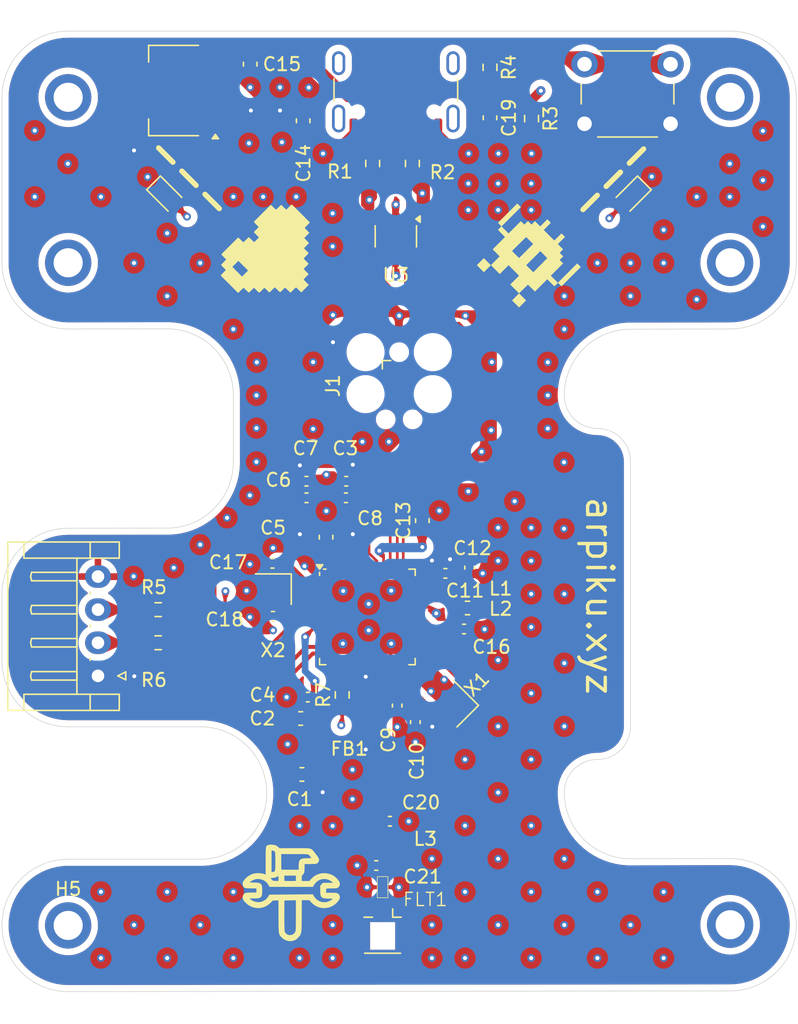
<source format=kicad_pcb>
(kicad_pcb (version 20240108) (generator "pcbnew") (generator_version "8.0")
  (layers (0 "F.Cu" signal) (1 "In1.Cu" signal) (2 "In2.Cu" signal) (31 "B.Cu" signal) (34 "B.Paste" user) (35 "F.Paste" user) (36 "B.SilkS" user "B.Silkscreen") (37 "F.SilkS" user "F.Silkscreen") (38 "B.Mask" user) (39 "F.Mask" user) (44 "Edge.Cuts" user))
  (net 0 "")
  (net 1 "+3.3V")
  (net 2 "/SWDIO")
  (net 3 "/SWNRST")
  (net 4 "/SWCLK")
  (net 5 "GND")
  (net 6 "/SWO")
  (net 7 "/RF1")
  (net 8 "Net-(FLT1-IN)")
  (net 9 "/LSE_IN")
  (net 10 "/LSE_OUT")
  (net 11 "/BOOT0")
  (net 12 "/VDDA")
  (net 13 "/UART_RX")
  (net 14 "/UART_TX")
  (net 15 "/HSE_OUT")
  (net 16 "/HSE_IN")
  (net 17 "/VFBSMPS")
  (net 18 "/VLXSMPS")
  (net 19 "VBUS")
  (net 20 "Net-(FLT1-OUT)")
  (net 21 "/USB_C_CC1")
  (net 23 "/USB_C_CC2")
  (net 25 "Net-(L1-Pad1)")
  (net 28 "Net-(J4-Pin_2)")
  (net 29 "Net-(J4-Pin_3)")
  (net 51 "/LED_PWR")
  (net 52 "/LED_A")
  (net 53 "/USB_D-")
  (net 54 "/USB_D+")
  (net 55 "/USB_Dx-")
  (net 56 "/USB_Dx+")
  (net 57 "/SW_conn")
  (footprint "Capacitor_SMD:C_0402_1005Metric" (layer "F.Cu") (at 85.3436 90.508 -90)
    (property "Reference" "C11")
    (property "Value" "100n")
  )
  (footprint "Capacitor_SMD:C_0603_1608Metric" (layer "F.Cu") (at 68.775 52.485 -90)
    (property "Reference" "C15")
    (property "Value" "10u")
  )
  (footprint "Capacitor_SMD:C_0603_1608Metric" (layer "F.Cu") (at 72.587385 101.906044 180)
    (property "Reference" "C2")
    (property "Value" "1u")
  )
  (footprint "Capacitor_SMD:C_0402_1005Metric" (layer "F.Cu") (at 79.33033 109.665835)
    (property "Reference" "C20")
    (property "Value" "0n8")
  )
  (footprint "MountingHole:MountingHole_2.2mm_M2_ISO7380_Pad" (layer "F.Cu") (at 55.025 54.985)
    (property "Reference" "H1" (hide yes))
    (property "Value" "MountingHole")
  )
  (footprint "Resistor_SMD:R_0603_1608Metric" (layer "F.Cu") (at 81.025 59.985 -90)
    (property "Reference" "R2")
    (property "Value" "5k1")
  )
  (footprint "LED_SMD:LED_0603_1608Metric" (layer "F.Cu") (at 97.5 62.5 -135)
    (property "Reference" "---")
    (property "Value" "LED")
  )
  (footprint "Capacitor_SMD:C_0402_1005Metric" (layer "F.Cu") (at 73.025 85.235)
    (property "Reference" "C6")
    (property "Value" "100nF")
  )
  (footprint "Capacitor_SMD:C_0402_1005Metric" (layer "F.Cu") (at 83.5148 90.9424)
    (property "Reference" "C12")
    (property "Value" "4.7p")
  )
  (footprint "Package_DFN_QFN:QFN-48-1EP_7x7mm_P0.5mm_EP5.6x5.6mm" (layer "F.Cu") (at 77.625 94.235)
    (property "Reference" "U1" (hide yes))
    (property "Value" "STM32WB55CEUx")
  )
  (footprint "Capacitor_SMD:C_0402_1005Metric" (layer "F.Cu") (at 76.025 83.985 180)
    (property "Reference" "C3")
    (property "Value" "100nF")
  )
  (footprint "Capacitor_SMD:C_0402_1005Metric" (layer "F.Cu") (at 76.005 85.235 180)
    (property "Reference" "C8")
    (property "Value" "100nF")
  )
  (footprint "Capacitor_SMD:C_0402_1005Metric" (layer "F.Cu") (at 78.295 113.01 180)
    (property "Reference" "C21")
    (property "Value" "0n3")
  )
  (footprint "custom_lib:hw" (layer "F.Cu") (at 71.75 114.75 -45)
    (property "Reference" "G***" (hide yes))
    (property "Value" "LOGO" (hide yes))
  )
  (footprint "Resistor_SMD:R_0603_1608Metric" (layer "F.Cu") (at 78.025 59.985 -90)
    (property "Reference" "R1")
    (property "Value" "5k1")
  )
  (footprint "Capacitor_SMD:C_0603_1608Metric" (layer "F.Cu") (at 81.775 86.96 90)
    (property "Reference" "C13")
    (property "Value" "10n")
  )
  (footprint "Resistor_SMD:R_0603_1608Metric" (layer "F.Cu") (at 61.825 93.685)
    (property "Reference" "R6")
    (property "Value" "220R")
  )
  (footprint "Capacitor_SMD:C_0402_1005Metric" (layer "F.Cu") (at 70.495 94.185 180)
    (property "Reference" "C18")
    (property "Value" "10p")
  )
  (footprint "Crystal:Crystal_SMD_2016-4Pin_2.0x1.6mm" (layer "F.Cu") (at 84.25 100.775 135)
    (property "Reference" "X1")
    (property "Value" "32MHz")
  )
  (footprint "Resistor_SMD:R_0603_1608Metric" (layer "F.Cu") (at 75.725 100.125 90)
    (property "Reference" "R7")
    (property "Value" "100R")
  )
  (footprint "Resistor_SMD:R_0603_1608Metric" (layer "F.Cu") (at 61.825 96.185)
    (property "Reference" "R5")
    (property "Value" "220R")
  )
  (footprint "MountingHole:MountingHole_2.2mm_M2_ISO7380_Pad" (layer "F.Cu") (at 105.025 54.985)
    (property "Reference" "H2" (hide yes))
    (property "Value" "MountingHole")
  )
  (footprint "Capacitor_SMD:C_0402_1005Metric" (layer "F.Cu") (at 79.875 100.93 -90)
    (property "Reference" "C9")
    (property "Value" "100n")
  )
  (footprint "MountingHole:MountingHole_2.2mm_M2_ISO7380_Pad" (layer "F.Cu") (at 105.025 67.485)
    (property "Reference" "H3" (hide yes))
    (property "Value" "MountingHole")
  )
  (footprint "Button_Switch_THT:SW_PUSH_6mm_H4.3mm" (layer "F.Cu") (at 94.025 52.485)
    (property "Reference" "SW1" (hide yes))
    (property "Value" "SW_Push")
  )
  (footprint "Connector_USB:USB_C_Receptacle_GCT_USB4105-xx-A_16P_TopMnt_Horizontal" (layer "F.Cu") (at 79.775 53.485 180)
    (property "Reference" "J2" (hide yes))
    (property "Value" "USB_C(USB 2.0)")
  )
  (footprint "Connector:Tag-Connect_TC2030-IDC-FP_2x03_P1.27mm_Vertical" (layer "F.Cu") (at 80.025 76.775 -90)
    (property "Reference" "J1")
    (property "Value" "TC2030 Connector")
  )
  (footprint "Capacitor_SMD:C_0402_1005Metric" (layer "F.Cu") (at 73.025 83.985)
    (property "Reference" "C7")
    (property "Value" "100nF")
  )
  (footprint "Crystal:Crystal_SMD_2016-4Pin_2.0x1.6mm" (layer "F.Cu") (at 70.525 92.135 180)
    (property "Reference" "X2")
    (property "Value" "32kHz768")
  )
  (footprint "LED_SMD:LED_0603_1608Metric" (layer "F.Cu") (at 62.525 62.5 -45)
    (property "Reference" "---")
    (property "Value" "LED")
  )
  (footprint "Resistor_SMD:R_0603_1608Metric" (layer "F.Cu") (at 90.025 56.596 -90)
    (property "Reference" "R3")
    (property "Value" "5k1")
  )
  (footprint "Connector_JST:JST_EH_S4B-EH_1x04_P2.50mm_Horizontal" (layer "F.Cu") (at 57.275 98.685 90)
    (property "Reference" "J4" (hide yes))
    (property "Value" "Conn_01x04_Pin")
  )
  (footprint "Capacitor_SMD:C_0603_1608Metric" (layer "F.Cu") (at 72.775 56.76 -90)
    (property "Reference" "C14")
    (property "Value" "10u")
  )
  (footprint "Capacitor_SMD:C_0402_1005Metric" (layer "F.Cu") (at 84.925205 95.1456)
    (property "Reference" "C16")
    (property "Value" "4.7p")
  )
  (footprint "custom_lib:alien" (layer "F.Cu") (at 89.75 67 -45)
    (property "Reference" "G***" (hide yes))
    (property "Value" "LOGO" (hide yes))
  )
  (footprint "Inductor_SMD:L_0603_1608Metric" (layer "F.Cu") (at 85.191099 93.5586 180)
    (property "Reference" "L2")
    (property "Value" "10u")
  )
  (footprint "Package_TO_SOT_SMD:SOT-223-3_TabPin2" (layer "F.Cu") (at 63.011 54.475 180)
    (property "Reference" "U2" (hide yes))
    (property "Value" "AMS1117-3.3")
  )
  (footprint "Capacitor_SMD:C_0603_1608Metric" (layer "F.Cu") (at 72.6814 106.1316 180)
    (property "Reference" "C1")
    (property "Value" "1u")
  )
  (footprint "Package_TO_SOT_SMD:SOT-23-6" (layer "F.Cu") (at 79.775 65.485 -90)
    (property "Reference" "U3")
    (property "Value" "USBLC6-2SC6")
  )
  (footprint "Capacitor_SMD:C_0402_1005Metric" (layer "F.Cu") (at 73.1262 100.2896 180)
    (property "Reference" "C4")
    (property "Value" "10n")
  )
  (footprint "Inductor_SMD:L_0402_1005Metric" (layer "F.Cu") (at 84.897205 92.0976 180)
    (property "Reference" "L1")
    (property "Value" "10n")
  )
  (footprint "MountingHole:MountingHole_2.2mm_M2_ISO7380_Pad" (layer "F.Cu") (at 105.025 117.485)
    (property "Reference" "H6" (hide yes))
    (property "Value" "MountingHole")
  )
  (footprint "Capacitor_SMD:C_0603_1608Metric" (layer "F.Cu") (at 86.887 56.533 -90)
    (property "Reference" "C19")
    (property "Value" "100n")
  )
  (footprint "custom_lib:DLF162500LT-5028A1" (layer "F.Cu") (at 78.775 114.6475 -90)
    (property "Reference" "FLT1")
    (property "Value" "DLF162500LT-5028A1")
  )
  (footprint "Capacitor_SMD:C_0402_1005Metric" (layer "F.Cu") (at 70.455 90.185 180)
    (property "Reference" "C17")
    (property "Value" "10p")
  )
  (footprint "MountingHole:MountingHole_2.2mm_M2_ISO7380_Pad" (layer "F.Cu") (at 55.025 67.485)
    (property "Reference" "H4" (hide yes))
    (property "Value" "MountingHole")
  )
  (footprint "Capacitor_SMD:C_0603_1608Metric" (layer "F.Cu") (at 74.505 88.21 90)
    (property "Reference" "C5")
    (property "Value" "4.7uF")
  )
  (footprint "custom_lib:heart" (layer "F.Cu") (at 70.75 67.25 45)
    (property "Reference" "G***" (hide yes))
    (property "Value" "LOGO" (hide yes))
  )
  (footprint "Resistor_SMD:R_0603_1608Metric" (layer "F.Cu") (at 86.887 52.723 -90)
    (property "Reference" "R4")
    (property "Value" "220R")
  )
  (footprint "Connector_Coaxial:U.FL_Hirose_U.FL-R-SMT-1_Vertical" (layer "F.Cu") (at 78.775 117.8 -90)
    (property "Reference" "J3" (hide yes))
    (property "Value" "Conn_Coaxial")
  )
  (footprint "Capacitor_SMD:C_0402_1005Metric" (layer "F.Cu") (at 81.25 102.18 -90)
    (property "Reference" "C10")
    (property "Value" "100p")
  )
  (footprint "MountingHole:MountingHole_2.2mm_M2_ISO7380_Pad" (layer "F.Cu") (at 55.025 117.535)
    (property "Reference" "H5")
    (property "Value" "MountingHole")
  )
  (footprint "Inductor_SMD:L_0402_1005Metric" (layer "F.Cu") (at 78.775 111.275 -90)
    (property "Reference" "L3")
    (property "Value" "2n7")
  )
  (footprint "Inductor_SMD:L_0402_1005Metric" (layer "F.Cu") (at 73.628836 104.039597 90)
    (property "Reference" "FB1")
    (property "Value" "120R")
  )
  (gr_line (start 50.025 54.985) (end 50.025 67.485) (stroke (width 0.05)) (layer "Edge.Cuts"))
  (gr_arc (start 97.499502 102.5) (mid 96.767415 104.267415) (end 95 104.999502) (stroke (width 0.05)) (layer "Edge.Cuts"))
  (gr_line (start 55.025 122.535) (end 105.025 122.485) (stroke (width 0.05)) (layer "Edge.Cuts"))
  (gr_arc (start 55.025 102.535) (mid 51.489466 101.070534) (end 50.025 97.535) (stroke (width 0.05)) (layer "Edge.Cuts"))
  (gr_line (start 97.5 82.5) (end 97.499502 102.5) (stroke (width 0.05)) (layer "Edge.Cuts"))
  (gr_line (start 50.025 92.535) (end 50.025 97.535) (stroke (width 0.05)) (layer "Edge.Cuts"))
  (gr_arc (start 95 80) (mid 93.232233 79.267767) (end 92.5 77.5) (stroke (width 0.05)) (layer "Edge.Cuts"))
  (gr_arc (start 62.5 72.474751) (mid 66.035534 73.939217) (end 67.5 77.474751) (stroke (width 0.05)) (layer "Edge.Cuts"))
  (gr_arc (start 50.025 92.535) (mid 51.489466 88.999466) (end 55.025 87.535) (stroke (width 0.05)) (layer "Edge.Cuts"))
  (gr_arc (start 55.025 72.485) (mid 51.489466 71.020534) (end 50.025 67.485) (stroke (width 0.05)) (layer "Edge.Cuts"))
  (gr_line (start 97.5 72.5) (end 105.025 72.485) (stroke (width 0.05)) (layer "Edge.Cuts"))
  (gr_arc (start 55.025 122.535) (mid 50.025 117.535) (end 55.025 112.535) (stroke (width 0.05)) (layer "Edge.Cuts"))
  (gr_arc (start 97.5 112.500249) (mid 93.982012 111.053344) (end 92.500001 107.55) (stroke (width 0.05)) (layer "Edge.Cuts"))
  (gr_line (start 97.5 112.500249) (end 105.025 112.485) (stroke (width 0.05)) (layer "Edge.Cuts"))
  (gr_line (start 110.025 54.985) (end 110.025 67.485) (stroke (width 0.05)) (layer "Edge.Cuts"))
  (gr_arc (start 65.025 102.535) (mid 68.560534 103.999466) (end 70.025 107.535) (stroke (width 0.05)) (layer "Edge.Cuts"))
  (gr_line (start 55.025 102.535) (end 65.025 102.535) (stroke (width 0.05)) (layer "Edge.Cuts"))
  (gr_arc (start 95 80) (mid 96.767767 80.732233) (end 97.5 82.5) (stroke (width 0.05)) (layer "Edge.Cuts"))
  (gr_arc (start 70.025 107.535) (mid 68.560534 111.070534) (end 65.025 112.535) (stroke (width 0.05)) (layer "Edge.Cuts"))
  (gr_line (start 65.025 112.535) (end 55.025 112.535) (stroke (width 0.05)) (layer "Edge.Cuts"))
  (gr_arc (start 92.500002 107.55) (mid 93.214291 105.749648) (end 95 104.999502) (stroke (width 0.05)) (layer "Edge.Cuts"))
  (gr_arc (start 92.5 77.5) (mid 93.964466 73.964466) (end 97.5 72.5) (stroke (width 0.05)) (layer "Edge.Cuts"))
  (gr_line (start 55.025 72.485) (end 62.5 72.474751) (stroke (width 0.05)) (layer "Edge.Cuts"))
  (gr_arc (start 67.499999 82.474751) (mid 66.053344 86.042739) (end 62.5 87.525) (stroke (width 0.05)) (layer "Edge.Cuts"))
  (gr_arc (start 50.025 54.985) (mid 51.489466 51.449466) (end 55.025 49.985) (stroke (width 0.05)) (layer "Edge.Cuts"))
  (gr_arc (start 105.025 49.985) (mid 108.560534 51.449466) (end 110.025 54.985) (stroke (width 0.05)) (layer "Edge.Cuts"))
  (gr_line (start 55.025 49.985) (end 105.025 49.985) (stroke (width 0.05)) (layer "Edge.Cuts"))
  (gr_arc (start 105.025 112.485) (mid 110.025 117.485) (end 105.025 122.485) (stroke (width 0.05)) (layer "Edge.Cuts"))
  (gr_line (start 55.025 87.535) (end 62.5 87.525) (stroke (width 0.05)) (layer "Edge.Cuts"))
  (gr_line (start 67.5 77.474751) (end 67.5 82.474751) (stroke (width 0.05)) (layer "Edge.Cuts"))
  (gr_arc (start 110.025 67.485) (mid 108.560534 71.020534) (end 105.025 72.485) (stroke (width 0.05)) (layer "Edge.Cuts"))
  (gr_text "arpiku.xyz" (at 94 85 270) (layer "F.SilkS") (effects (font (size 2 2) (thickness 0.254)) (justify left bottom)))
  (segment (start 68.825 55.985) (end 72.775 55.985) (width 0.7) (layer "F.Cu") (net 1))
  (segment (start 74.505 88.985) (end 75.525 88.985) (width 0.5) (layer "F.Cu") (net 1))
  (segment (start 79.365 75.52) (end 79.1 75.255) (width 0.2) (layer "F.Cu") (net 1))
  (segment (start 67.315 54.475) (end 68.825 55.985) (width 0.7) (layer "F.Cu") (net 1))
  (segment (start 77.820096 98.75) (end 78.375 98.195096) (width 0.3) (layer "F.Cu") (net 1))
  (segment (start 79.1 72.05) (end 75.7 72.05) (width 0.2) (layer "F.Cu") (net 1))
  (segment (start 79.875 97.6725) (end 79.875 100.45) (width 0.3) (layer "F.Cu") (net 1))
  (segment (start 72.545 83.985) (end 72.545 82.805) (width 0.5) (layer "F.Cu") (net 1))
  (segment (start 59.861001 58.861001) (end 60 59) (width 0.7) (layer "F.Cu") (net 1))
  (segment (start 83.0348 90.612712) (end 83.771912 89.8756) (width 0.7) (layer "F.Cu") (net 1))
  (segment (start 81.7 101.7) (end 81.25 101.7) (width 0.5) (layer "F.Cu") (net 1))
  (segment (start 75.525 88.985) (end 76.525 87.985) (width 0.5) (layer "F.Cu") (net 1))
  (segment (start 79.875 100.45) (end 80 100.45) (width 0.3) (layer "F.Cu") (net 1))
  (segment (start 77.5 98.75) (end 77.820096 98.75) (width 0.3) (layer "F.Cu") (net 1))
  (segment (start 76.525 84.005) (end 76.505 83.985) (width 0.5) (layer "F.Cu") (net 1))
  (segment (start 72.545 85.235) (end 72.545 87.965) (width 0.5) (layer "F.Cu") (net 1))
  (segment (start 82.661 92.5) (end 83.0098 92.1512) (width 0.3) (layer "F.Cu") (net 1))
  (segment (start 76.525 82.735) (end 76.525 83.965) (width 0.5) (layer "F.Cu") (net 1))
  (segment (start 74.505 91.0925) (end 74.1875 91.41) (width 0.5) (layer "F.Cu") (net 1))
  (segment (start 81.6 92) (end 82.2 91.4) (width 0.3) (layer "F.Cu") (net 1))
  (segment (start 82.525 102.525) (end 81.7 101.7) (width 0.5) (layer "F.Cu") (net 1))
  (segment (start 59.9948 98.7298) (end 57.2798 98.7298) (width 0.5) (layer "F.Cu") (net 1))
  (segment (start 73.628836 105.959164) (end 73.4564 106.1316) (width 0.7) (layer "F.Cu") (net 1))
  (segment (start 72.545 82.805) (end 72.525 82.785) (width 0.5) (layer "F.Cu") (net 1))
  (segment (start 76.525 87.985) (end 76.525 84.005) (width 0.5) (layer "F.Cu") (net 1))
  (segment (start 59.861001 54.475) (end 66.160999 54.475) (width 0.7) (layer "F.Cu") (net 1))
  (segment (start 83.771912 89.8756) (end 83.8704 89.8756) (width 0.7) (layer "F.Cu") (net 1))
  (segment (start 80 100.45) (end 81.25 101.7) (width 0.5) (layer "F.Cu") (net 1))
  (segment (start 79.1 75.255) (end 79.1 72.05) (width 0.2) (layer "F.Cu") (net 1))
  (segment (start 72.525 82.785) (end 72.575 82.735) (width 0.5) (layer "F.Cu") (net 1))
  (segment (start 73.628836 104.524597) (end 73.628836 105.959164) (width 0.7) (layer "F.Cu") (net 1))
  (segment (start 75 72.75) (end 75 73.5) (width 0.2) (layer "F.Cu") (net 1))
  (segment (start 83.596312 89.7) (end 83.771912 89.8756) (width 0.3) (layer "F.Cu") (net 1))
  (segment (start 57.2798 98.7298) (end 57.25 98.7) (width 0.5) (layer "F.Cu") (net 1))
  (segment (start 76.525 83.965) (end 76.505 83.985) (width 0.5) (layer "F.Cu") (net 1))
  (segment (start 85.1912 89.8756) (end 85.3436 90.028) (width 0.7) (layer "F.Cu") (net 1))
  (segment (start 81.0375 92) (end 81.6 92) (width 0.3) (layer "F.Cu") (net 1))
  (segment (start 72.545 87.965) (end 72.525 87.985) (width 0.5) (layer "F.Cu") (net 1))
  (segment (start 82.2 90.275) (end 82.5 89.975) (width 0.3) (layer "F.Cu") (net 1))
  (segment (start 73.801272 106.1316) (end 74.25 106.580328) (width 0.7) (layer "F.Cu") (net 1))
  (segment (start 75.7 72.05) (end 75 72.75) (width 0.2) (layer "F.Cu") (net 1))
  (segment (start 73.4564 106.1316) (end 73.801272 106.1316) (width 0.7) (layer "F.Cu") (net 1))
  (segment (start 83.0348 90.9424) (end 83.0348 90.612712) (width 0.7) (layer "F.Cu") (net 1))
  (segment (start 74.505 88.985) (end 74.505 91.0925) (width 0.5) (layer "F.Cu") (net 1))
  (segment (start 82.2 91.4) (end 82.2 90.275) (width 0.3) (layer "F.Cu") (net 1))
  (segment (start 74.25 106.580328) (end 74.25 107.475) (width 0.7) (layer "F.Cu") (net 1))
  (segment (start 83.8704 89.8756) (end 85.1912 89.8756) (width 0.7) (layer "F.Cu") (net 1))
  (segment (start 81.0375 92.5) (end 82.661 92.5) (width 0.3) (layer "F.Cu") (net 1))
  (segment (start 83.0098 92.1512) (end 83.0098 90.9574) (width 0.3) (layer "F.Cu") (net 1))
  (segment (start 72.525 87.985) (end 73.525 88.985) (width 0.5) (layer "F.Cu") (net 1))
  (segment (start 66.160999 54.475) (end 67.315 54.475) (width 0.7) (layer "F.Cu") (net 1))
  (segment (start 59.861001 54.475) (end 59.861001 58.861001) (width 0.7) (layer "F.Cu") (net 1))
  (segment (start 72.545 83.985) (end 72.545 85.235) (width 0.5) (layer "F.Cu") (net 1))
  (segment (start 72.575 82.735) (end 76.525 82.735) (width 0.5) (layer "F.Cu") (net 1))
  (segment (start 78.375 98.195096) (end 78.375 97.6725) (width 0.3) (layer "F.Cu") (net 1))
  (segment (start 73.525 88.985) (end 74.505 88.985) (width 0.5) (layer "F.Cu") (net 1))
  (via (at 82.5 89.975) (size 0.7) (drill 0.3) (layers "F.Cu" "B.Cu") (net 1))
  (via (at 72.525 82.785) (size 0.7) (drill 0.3) (layers "F.Cu" "B.Cu") (net 1))
  (via (at 74.25 107.475) (size 0.7) (drill 0.3) (layers "F.Cu" "B.Cu") (net 1))
  (via (at 60.0198 98.7148) (size 0.7) (drill 0.3) (layers "F.Cu" "B.Cu") (net 1))
  (via (at 76.525 82.735) (size 0.7) (drill 0.3) (layers "F.Cu" "B.Cu") (net 1))
  (via (at 82.525 102.525) (size 0.7) (drill 0.3) (layers "F.Cu" "B.Cu") (net 1))
  (via (at 75.025 73.485) (size 0.7) (drill 0.3) (layers "F.Cu" "B.Cu") (net 1))
  (via (at 68.825 55.985) (size 0.6) (drill 0.3) (layers "F.Cu" "B.Cu") (net 1))
  (via (at 72.525 87.985) (size 0.7) (drill 0.3) (layers "F.Cu" "B.Cu") (net 1))
  (via (at 76.525 87.985) (size 0.7) (drill 0.3) (layers "F.Cu" "B.Cu") (net 1))
  (via (at 60 59) (size 0.6) (drill 0.3) (layers "F.Cu" "B.Cu") (net 1))
  (via (at 83.8704 89.8756) (size 0.7) (drill 0.3) (layers "F.Cu" "B.Cu") (net 1))
  (via (at 71.025 55.985) (size 0.6) (drill 0.3) (layers "F.Cu" "B.Cu") (net 1))
  (via (at 77.5 98.75) (size 0.7) (drill 0.3) (layers "F.Cu" "B.Cu") (net 1))
  (segment (start 80.635 75.52) (end 80.9 75.255) (width 0.2) (layer "F.Cu") (net 2))
  (segment (start 84.55 72.05) (end 85.55 73.05) (width 0.2) (layer "F.Cu") (net 2))
  (segment (start 80.9 75.255) (end 80.9 72.05) (width 0.2) (layer "F.Cu") (net 2))
  (segment (start 79.35 84.1) (end 79.35 90.8125) (width 0.2) (layer "F.Cu") (net 2))
  (segment (start 80.9 72.05) (end 84.55 72.05) (width 0.2) (layer "F.Cu") (net 2))
  (segment (start 84.25 82.3) (end 81.15 82.3) (width 0.2) (layer "F.Cu") (net 2))
  (segment (start 85.55 73.05) (end 85.55 81) (width 0.2) (layer "F.Cu") (net 2))
  (segment (start 81.15 82.3) (end 79.35 84.1) (width 0.2) (layer "F.Cu") (net 2))
  (segment (start 85.55 81) (end 84.25 82.3) (width 0.2) (layer "F.Cu") (net 2))
  (segment (start 75.4 77.15) (end 75.4 81) (width 0.2) (layer "F.Cu") (net 3))
  (segment (start 66.125 93.725) (end 69 96.6) (width 0.2) (layer "F.Cu") (net 3))
  (segment (start 76.7 75.85) (end 75.4 77.15) (width 0.2) (layer "F.Cu") (net 3))
  (segment (start 71.25 82.25) (end 71.25 85.325) (width 0.2) (layer "F.Cu") (net 3))
  (segment (start 69 96.6) (end 70.6763 96.6) (width 0.2) (layer "F.Cu") (net 3))
  (segment (start 75.4 81) (end 75 81.4) (width 0.2) (layer "F.Cu") (net 3))
  (segment (start 66.125 90.45) (end 66.125 93.725) (width 0.2) (layer "F.Cu") (net 3))
  (segment (start 70.6763 96.6) (end 72.7763 94.5) (width 0.2) (layer "F.Cu") (net 3))
  (segment (start 75 81.4) (end 72.1 81.4) (width 0.2) (layer "F.Cu") (net 3))
  (segment (start 79.365 76.79) (end 78.425 75.85) (width 0.2) (layer "F.Cu") (net 3))
  (segment (start 78.425 75.85) (end 76.7 75.85) (width 0.2) (layer "F.Cu") (net 3))
  (segment (start 71.25 85.325) (end 66.125 90.45) (width 0.2) (layer "F.Cu") (net 3))
  (segment (start 72.7763 94.5) (end 74.1625 94.5) (width 0.2) (layer "F.Cu") (net 3))
  (segment (start 72.1 81.4) (end 71.25 82.25) (width 0.2) (layer "F.Cu") (net 3))
  (segment (start 80.790686 81.775) (end 77.75 84.815686) (width 0.2) (layer "F.Cu") (net 4))
  (segment (start 83.8 81.775) (end 80.790686 81.775) (width 0.2) (layer "F.Cu") (net 4))
  (segment (start 81.575 75.85) (end 83.45 75.85) (width 0.2) (layer "F.Cu") (net 4))
  (segment (start 85.15 77.55) (end 85.15 80.425) (width 0.2) (layer "F.Cu") (net 4))
  (segment (start 85.15 80.425) (end 83.8 81.775) (width 0.2) (layer "F.Cu") (net 4))
  (segment (start 77.75 84.815686) (end 77.75 89.425) (width 0.2) (layer "F.Cu") (net 4))
  (segment (start 80.635 76.79) (end 81.575 75.85) (width 0.2) (layer "F.Cu") (net 4))
  (segment (start 77.75 89.425) (end 78.35 90.025) (width 0.2) (layer "F.Cu") (net 4))
  (segment (start 78.35 90.025) (end 78.35 90.8125) (width 0.2) (layer "F.Cu") (net 4))
  (segment (start 83.45 75.85) (end 85.15 77.55) (width 0.2) (layer "F.Cu") (net 4))
  (segment (start 74.901472 59.25) (end 76.55 57.601472) (width 0.5) (layer "F.Cu") (net 5))
  (segment (start 57.49 91.44) (end 57.25 91.2) (width 0.5) (layer "F.Cu") (net 5))
  (segment (start 73.5 75) (end 73.5 72.95) (width 0.25) (layer "F.Cu") (net 5))
  (segment (start 87 75) (end 87 80.1) (width 0.25) (layer "F.Cu") (net 5))
  (segment (start 79.365 78.06) (end 80 78.695) (width 0.2) (layer "F.Cu") (net 5))
  (segment (start 79.875 101.41) (end 79.875 102.55) (width 0.5) (layer "F.Cu") (net 5))
  (segment (start 75.045 83.485) (end 75.525 83.965) (width 0.5) (layer "F.Cu") (net 5))
  (segment (start 87.05 72.45) (end 87.05 74.95) (width 0.25) (layer "F.Cu") (net 5))
  (segment (start 74.505 86.255) (end 74.525 86.235) (width 0.5) (layer "F.Cu") (net 5))
  (segment (start 80 78.695) (end 80 80.25) (width 0.25) (layer "F.Cu") (net 5))
  (segment (start 84.160391 99.710391) (end 83.425 98.975) (width 0.5) (layer "F.Cu") (net 5))
  (segment (start 81.25 102.66) (end 81.25 103.7) (width 0.5) (layer "F.Cu") (net 5))
  (segment (start 77.725 93.25) (end 79.375 94.9) (width 0.3) (layer "F.Cu") (net 5))
  (segment (start 74.505 87.435) (end 74.505 86.255) (width 0.5) (layer "F.Cu") (net 5))
  (segment (start 73.5 80.05) (end 73.5 75) (width 0.25) (layer "F.Cu") (net 5))
  (segment (start 79.9975 114.6475) (end 80 114.65) (width 0.3) (layer "F.Cu") (net 5))
  (segment (start 75.525 85.235) (end 74.525 86.235) (width 0.5) (layer "F.Cu") (net 5))
  (segment (start 70.5 89.025) (end 71.5 89.025) (width 0.2) (layer "F.Cu") (net 5))
  (segment (start 81.965 86.225) (end 83.035 86.225) (width 0.5) (layer "F.Cu") (net 5))
  (segment (start 84.582266 59.25) (end 82.95 57.617734) (width 0.5) (layer "F.Cu") (net 5))
  (segment (start 82.804 93.98) (end 82.309 93.485) (width 0.25) (layer "F.Cu") (net 5))
  (segment (start 80 71.5) (end 85 71.5) (width 0.25) (layer "F.Cu") (net 5))
  (segment (start 80 80.25) (end 79.25 81) (width 0.25) (layer "F.Cu") (net 5))
  (segment (start 78.5475 114.6475) (end 77.6025 114.6475) (width 0.3) (layer "F.Cu") (net 5))
  (segment (start 75.545 83.985) (end 75.545 85.215) (width 0.5) (layer "F.Cu") (net 5))
  (segment (start 71.5 89.025) (end 72.875 90.4) (width 0.2) (layer "F.Cu") (net 5))
  (segment (start 85.25 59.25) (end 84.582266 59.25) (width 0.5) (layer "F.Cu") (net 5))
  (segment (start 79.375 94.9) (end 79.375 97.6725) (width 0.3) (layer "F.Cu") (net 5))
  (segment (start 77.6025 114.6475) (end 77.6 114.65) (width 0.3) (layer "F.Cu") (net 5))
  (segment (start 79.75 64.3625) (end 79.75 63.1) (width 0.5) (layer "F.Cu") (net 5))
  (segment (start 82.95 57.617734) (end 82.95 57.18) (width 0.5) (layer "F.Cu") (net 5))
  (segment (start 86.3108 90.9574) (end 83.9698 90.9574) (width 0.7) (layer "F.Cu") (net 5))
  (segment (start 75.545 85.215) (end 75.525 85.235) (width 0.5) (layer "F.Cu") (net 5))
  (segment (start 57.25 91.2) (end 59.93 91.2) (width 0.5) (layer "F.Cu") (net 5))
  (segment (start 78 62.5) (end 78 60.825) (width 0.7) (layer "F.Cu") (net 5))
  (segment (start 87.05 74.95) (end 87 75) (width 0.25) (layer "F.Cu") (net 5))
  (segment (start 59.93 91.2) (end 59.944 91.186) (width 0.5) (layer "F.Cu") (net 5))
  (segment (start 98.056847 61.943153) (end 98.131847 61.943153) (width 0.5) (layer "F.Cu") (net 5))
  (segment (start 74.525 83.485) (end 75.045 83.485) (width 0.5) (layer "F.Cu") (net 5))
  (segment (start 85 71.5) (end 86.1 71.5) (width 0.25) (layer "F.Cu") (net 5))
  (segment (start 76.55 57.601472) (end 76.55 57.18) (width 0.5) (layer "F.Cu") (net 5))
  (segment (start 74.025 83.985) (end 74.525 83.485) (width 0.5) (layer "F.Cu") (net 5))
  (segment (start 61.968153 61.943153) (end 61.025 61) (width 0.5) (layer "F.Cu") (net 5))
  (segment (start 86.455405 95.1812) (end 85.385405 95.1812) (width 0.7) (layer "F.Cu") (net 5))
  (segment (start 86.2854 90.9828) (end 86.3108 90.9574) (width 0.5) (layer "F.Cu") (net 5))
  (segment (start 77.75 62.75) (end 78 62.5) (width 0.7) (layer "F.Cu") (net 5))
  (segment (start 75 71.45) (end 79.95 71.45) (width 0.25) (layer "F.Cu") (net 5))
  (segment (start 98.081847 61.968153) (end 98.281847 61.968153) (width 0.5) (layer "F.Cu") (net 5))
  (segment (start 79.95 71.45) (end 80 71.5) (width 0.25) (layer "F.Cu") (net 5))
  (segment (start 73.525 85.235) (end 74.525 86.235) (width 0.5) (layer "F.Cu") (net 5))
  (segment (start 81 60.825) (end 81 61.5) (width 0.7) (layer "F.Cu") (net 5))
  (segment (start 82.309 93.485) (end 81.0625 93.485) (width 0.25) (layer "F.Cu") (net 5))
  (segment (start 75.525 83.965) (end 75.525 85.235) (width 0.5) (layer "F.Cu") (net 5))
  (segment (start 78.974999 114.6475) (end 79.9975 114.6475) (width 0.3) (layer "F.Cu") (net 5))
  (segment (start 87 80.1) (end 86.95 80.15) (width 0.25) (layer "F.Cu") (net 5))
  (segment (start 81 61.5) (end 81.75 62.25) (width 0.7) (layer "F.Cu") (net 5))
  (segment (start 86.1 71.5) (end 87.05 72.45) (width 0.25) (layer "F.Cu") (net 5))
  (segment (start 98.131847 61.943153) (end 99.1 60.975) (width 0.5) (layer "F.Cu") (net 5))
  (segment (start 73.505 83.985) (end 73.505 85.235) (width 0.5) (layer "F.Cu") (net 5))
  (segment (start 74.25 59.25) (end 74.901472 59.25) (width 0.5) (layer "F.Cu") (net 5))
  (segment (start 73.5 72.95) (end 75 71.45) (width 0.25) (layer "F.Cu") (net 5))
  (segment (start 73.505 85.235) (end 73.525 85.235) (width 0.5) (layer "F.Cu") (net 5))
  (segment (start 83.160391 100.585391) (end 82.425 99.85) (width 0.5) (layer "F.Cu") (net 5))
  (segment (start 73.505 83.985) (end 74.025 83.985) (width 0.5) (layer "F.Cu") (net 5))
  (via (at 77.25 81) (size 0.6) (drill 0.3) (layers "F.Cu" "B.Cu") (net 5))
  (via (at 79.425 92.25) (size 0.7) (drill 0.3) (layers "F.Cu" "B.Cu") (net 5))
  (via (at 76.85 113) (size 0.6) (drill 0.3) (layers "F.Cu" "B.Cu") (net 5))
  (via (at 87.5 97.5) (size 0.6) (drill 0.3) (layers "F.Cu" "B.Cu") (net 5))
  (via (at 82.829 93.965) (size 0.7) (drill 0.3) (layers "F.Cu" "B.Cu") (net 5))
  (via (at 102.5 62.5) (size 0.6) (drill 0.3) (layers "F.Cu" "B.Cu") (net 5))
  (via (at 68.75 90.25) (size 0.6) (drill 0.3) (layers "F.Cu" "B.Cu") (net 5))
  (via (at 73.525 80.035) (size 0.6) (drill 0.3) (layers "F.Cu" "B.Cu") (net 5))
  (via (at 87.5 117.5) (size 0.6) (drill 0.3) (layers "F.Cu" "B.Cu") (net 5))
  (via (at 90 110) (size 0.6) (drill 0.3) (layers "F.Cu" "B.Cu") (net 5))
  (via (at 100 67.5) (size 0.6) (drill 0.3) (layers "F.Cu" "B.Cu") (net 5))
  (via (at 57.5 62.5) (size 0.6) (drill 0.3) (layers "F.Cu" "B.Cu") (net 5))
  (via (at 67.5 115) (size 0.6) (drill 0.3) (layers "F.Cu" "B.Cu") (net 5))
  (via (at 77.6 114.65) (size 0.6) (drill 0.3) (layers "F.Cu" "B.Cu") (net 5))
  (via (at 107.5 57.525) (size 0.6) (drill 0.3) (layers "F.Cu" "B.Cu") (net 5))
  (via (at 75 120) (size 0.6) (drill 0.3) (layers "F.Cu" "B.Cu") (net 5))
  (via (at 85.25 61.5) (size 0.6) (drill 0.3) (layers "F.Cu" "B.Cu") (net 5))
  (via (at 87.025 74.985) (size 0.6) (drill 0.3) (layers "F.Cu" "B.Cu") (net 5))
  (via (at 87.5 61.5) (size 0.6) (drill 0.3) (layers "F.Cu" "B.Cu") (net 5))
  (via (at 85 105) (size 0.6) (drill 0.3) (layers "F.Cu" "B.Cu") (net 5))
  (via (at 72.875 90.4) (size 0.6) (drill 0.3) (layers "F.Cu" "B.Cu") (net 5))
  (via (at 68.6812 58.4558) (size 0.6) (drill 0.3) (layers "F.Cu" "B.Cu") (net 5))
  (via (at 77.725 93.25) (size 0.7) (drill 0.3) (layers "F.Cu" "B.Cu") (net 5))
  (via (at 75 117.5) (size 0.6) (drill 0.3) (layers "F.Cu" "B.Cu") (net 5))
  (via (at 91.25 80) (size 0.6) (drill 0.3) (layers "F.Cu" "B.Cu") (net 5))
  (via (at 91.25 77.5) (size 0.6) (drill 0.3) (layers "F.Cu" "B.Cu") (net 5))
  (via (at 85.25 84.75) (size 0.6) (drill 0.3) (layers "F.Cu" "B.Cu") (net 5))
  (via (at 86.477205 95.1662) (size 0.6) (drill 0.3) (layers "F.Cu" "B.Cu") (net 5))
  (via (at 82.5 112.5) (size 0.6) (drill 0.3) (layers "F.Cu" "B.Cu") (net 5))
  (via (at 92.5 112.5) (size 0.6) (drill 0.3) (layers "F.Cu" "B.Cu") (net 5))
  (via (at 95 67.5) (size 0.6) (drill 0.3) (layers "F.Cu" "B.Cu") (net 5))
  (via (at 79.25 81) (size 0.6) (drill 0.3) (layers "F.Cu" "B.Cu") (net 5))
  (via (at 75.8 92.275) (size 0.7) (drill 0.3) (layers "F.Cu" "B.Cu") (net 5))
  (via (at 87.5 90) (size 0.6) (drill 0.3) (layers "F.Cu" "B.Cu") (net 5))
  (via (at 86.3358 90.9424) (size 0.6) (drill 0.3) (layers "F.Cu" "B.Cu") (net 5))
  (via (at 72.5 120) (size 0.6) (drill 0.3) (layers "F.Cu" "B.Cu") (net 5))
  (via (at 97.5 117.5) (size 0.6) (drill 0.3) (layers "F.Cu" "B.Cu") (net 5))
  (via (at 72.25 62.5) (size 0.6) (drill 0.3) (layers "F.Cu" "B.Cu") (net 5))
  (via (at 76.5 108) (size 0.6) (drill 0.3) (layers "F.Cu" "B.Cu") (net 5))
  (via (at 71.526 100.2896) (size 0.6) (drill 0.3) (layers "F.Cu" "B.Cu") (net 5))
  (via (at 95 115) (size 0.6) (drill 0.3) (layers "F.Cu" "B.Cu") (net 5))
  (via (at 86.25 81.75) (size 0.6) (drill 0.3) (layers "F.Cu" "B.Cu") (net 5))
  (via (at 79.425 96.25) (size 0.7) (drill 0.3) (layers "F.Cu" "B.Cu") (net 5))
  (via (at 87.5 102.5) (size 0.6) (drill 0.3) (layers "F.Cu" "B.Cu") (net 5))
  (via (at 62.5 115) (size 0.6) (drill 0.3) (layers "F.Cu" "B.Cu") (net 5))
  (via (at 87.5 87.5) (size 0.6) (drill 0.3) (layers "F.Cu" "B.Cu") (net 5))
  (via (at 92.475 87.575) (size 0.6) (drill 0.3) (layers "F.Cu" "B.Cu") (net 5))
  (via (at 92.475 82.55) (size 0.6) (drill 0.3) (layers "F.Cu" "B.Cu") (net 5))
  (via (at 90 100) (size 0.6) (drill 0.3) (layers "F.Cu" "B.Cu") (net 5))
  (via (at 100 115) (size 0.6) (drill 0.3) (layers "F.Cu" "B.Cu") (net 5))
  (via (at 74.275 59.235) (size 0.6) (drill 0.3) (layers "F.Cu" "B.Cu") (net 5))
  (via (at 68.75 94.25) (size 0.6) (drill 0.3) (layers "F.Cu" "B.Cu") (net 5))
  (via (at 90 61.5) (size 0.6) (drill 0.3) (layers "F.Cu" "B.Cu") (net 5))
  (via (at 69.275 75) (size 0.6) (drill 0.3) (layers "F.Cu" "B.Cu") (net 5))
  (via (at 80.75 109.675) (size 0.6) (drill 0.3) (layers "F.Cu" "B.Cu") (net 5))
  (via (at 67.5 62.5) (size 0.6) (drill 0.3) (layers "F.Cu" "B.Cu") (net 5))
  (via (at 87.5 112.5) (size 0.6) (drill 0.3) (layers "F.Cu" "B.Cu") (net 5))
  (via (at 75 110.025) (size 0.6) (drill 0.3) (layers "F.Cu" "B.Cu") (net 5))
  (via (at 57.5 120) (size 0.6) (drill 0.3) (layers "F.Cu" "B.Cu") (net 5))
  (via (at 61.025 61) (size 0.6) (drill 0.3) (layers "F.Cu" "B.Cu") (net 5))
  (via (at 107.5 64.75) (size 0.6) (drill 0.3) (layers "F.Cu" "B.Cu") (net 5))
  (via (at 79.775 63.085) (size 0.6) (drill 0.3) (layers "F.Cu" "B.Cu") (net 5))
  (via (at 92.5 97.725) (size 0.6) (drill 0.3) (layers "F.Cu" "B.Cu") (net 5))
  (via (at 90 90) (size 0.6) (drill 0.3) (layers "F.Cu" "B.Cu") (net 5))
  (via (at 92.5 117.5) (size 0.6) (drill 0.3) (layers "F.Cu" "B.Cu") (net 5))
  (via (at 70.5 95.25) (size 0.6) (drill 0.3) (layers "F.Cu" "B.Cu") (net 5))
  (via (at 73.525 74.985) (size 0.6) (drill 0.3) (layers "F.Cu" "B.Cu") (net 5))
  (via (at 82.5 120) (size 0.6) (drill 0.3) (layers "F.Cu" "B.Cu") (net 5))
  (via (at 69.25 77.5) (size 0.6) (drill 0.3) (layers "F.Cu" "B.Cu") (net 5))
  (via (at 67.5 120) (size 0.6) (drill 0.3) (layers "F.Cu" "B.Cu") (net 5))
  (via (at 55 60) (size 0.6) (drill 0.3) (layers "F.Cu" "B.Cu") (net 5))
  (via (at 77.725 95.25) (size 0.7) (drill 0.3) (layers "F.Cu" "B.Cu") (net 5))
  (via (at 79.875 102.55) (size 0.6) (drill 0.3) (layers "F.Cu" "B.Cu") (net 5))
  (via (at 57.5 115) (size 0.6) (drill 0.3) (layers "F.Cu" "B.Cu") (net 5))
  (via (at 70.5 89.025) (size 0.6) (drill 0.3) (layers "F.Cu" "B.Cu") (net 5))
  (via (at 60 67.5) (size 0.6) (drill 0.3) (layers "F.Cu" "B.Cu") (net 5))
  (via (at 74.525 86.235) (size 0.6) (drill 0.3) (layers "F.Cu" "B.Cu") (net 5))
  (via (at 81.775 62.235) (size 0.6) (drill 0.3) (layers "F.Cu" "B.Cu") (net 5))
  (via (at 92.5 92.5) (size 0.6) (drill 0.3) (layers "F.Cu" "B.Cu") (net 5))
  (via (at 107.5 61.25) (size 0.6) (drill 0.3) (layers "F.Cu" "B.Cu") (net 5))
  (via (at 88.75 85.5) (size 0.6) (drill 0.3) (layers "F.Cu" "B.Cu") (net 5))
  (via (at 85 110) (size 0.6) (drill 0.3) (layers "F.Cu" "B.Cu") (net 5))
  (via (at 85.275 59.235) (size 0.6) (drill 0.3) (layers "F.Cu" "B.Cu") (net 5))
  (via (at 90 87.5) (size 0.6) (drill 0.3) (layers "F.Cu" "B.Cu") (net 5))
  (via (at 83.06 86.21) (size 0.6) (drill 0.3) (layers "F.Cu" "B.Cu") (net 5))
  (via (at 65 117.5) (size 0.6) (drill 0.3) (layers "F.Cu" "B.Cu") (net 5))
  (via (at 67.5 72.5) (size 0.6) (drill 0.3) (layers "F.Cu" "B.Cu") (net 5))
  (via (at 82.5 117.5) (size 0.6) (drill 0.3) (layers "F.Cu" "B.Cu") (net 5))
  (via (at 90 63.5) (size 0.6) (drill 0.3) (layers "F.Cu" "B.Cu") (net 5))
  (via (at 92.5 102.5) (size 0.6) (drill 0.3) (layers "F.Cu" "B.Cu") (net 5))
  (via (at 76.5 105.775) (size 0.6) (drill 0.3) (layers "F.Cu" "B.Cu") (net 5))
  (via (at 72.5 110) (size 0.6) (drill 0.3) (layers "F.Cu" "B.Cu") (net 5))
  (via (at 65 67.5) (size 0.6) (drill 0.3) (layers "F.Cu" "B.Cu") (net 5))
  (via (at 59.969 91.171) (size 0.6) (drill 0.3) (layers "F.Cu" "B.Cu") (net 5))
  (via (at 80.025 71.485) (size 0.6) (drill 0.3) (layers "F.Cu" "B.Cu") (net 5))
  (via (at 97.5 67.5) (size 0.6) (drill 0.3) (layers "F.Cu" "B.Cu") (net 5))
  (via (at 52.5 62.5) (size 0.6) (drill 0.3) (layers "F.Cu" "B.Cu") (net 5))
  (via (at 68.775 54.235) (size 0.6) (drill 0.3) (layers "F.Cu" "B.Cu") (net 5))
  (via (at 92.5 70) (size 0.6) (drill 0.3) (layers "F.Cu" "B.Cu") (net 5))
  (via (at 85.25 63.5) (size 0.6) (drill 0.3) (layers "F.Cu" "B.Cu") (net 5))
  (via (at 68.75 85.05) (size 0.6) (drill 0.3) (layers "F.Cu" "B.Cu") (net 5))
  (via (at 62.5 70) (size 0.6) (drill 0.3) (layers "F.Cu" "B.Cu") (net 5))
  (via (at 67.025 86.75) (size 0.6) (drill 0.3) (layers "F.Cu" "B.Cu") (net 5))
  (via (at 69.25 82.525) (size 0.6) (drill 0.3) (layers "F.Cu" "B.Cu") (net 5))
  (via (at 71.1704 58.3796) (size 0.6) (drill 0.3) (layers "F.Cu" "B.Cu") (net 5))
  (via (at 75 66.25) (size 0.6) (drill 0.3) (layers "F.Cu" "B.Cu") (net 5))
  (via (at 102.5 70.25) (size 0.6) (drill 0.3) (layers "F.Cu" "B.Cu") (net 5))
  (via (at 75.775 96.25) (size 0.7) (drill 0.3) (layers "F.Cu" "B.Cu") (net 5))
  (via (at 105 60) (size 0.6) (drill 0.3) (layers "F.Cu" "B.Cu") (net 5))
  (via (at 81.25 103.7) (size 0.6) (drill 0.3) (layers "F.Cu" "B.Cu") (net 5))
  (via (at 82.425 99.85) (size 0.6) (drill 0.3) (layers "F.Cu" "B.Cu") (net 5))
  (via (at 68.5 92.25) (size 0.6) (drill 0.3) (layers "F.Cu" "B.Cu") (net 5))
  (via (at 90 92.5) (size 0.6) (drill 0.3) (layers "F.Cu" "B.Cu") (net 5))
  (via (at 65 88.775) (size 0.6) (drill 0.3) (layers "F.Cu" "B.Cu") (net 5))
  (via (at 71.025 54.235) (size 0.6) (drill 0.3) (layers "F.Cu" "B.Cu") (net 5))
  (via (at 86.975 80.135) (size 0.6) (drill 0.3) (layers "F.Cu" "B.Cu") (net 5))
  (via (at 91.25 75) (size 0.6) (drill 0.3) (layers "F.Cu" "B.Cu") (net 5))
  (via (at 97.5 70) (size 0.6) (drill 0.3) (layers "F.Cu" "B.Cu") (net 5))
  (via (at 74.525 83.485) (size 0.6) (drill 0.3) (layers "F.Cu" "B.Cu") (net 5))
  (via (at 87.525 59.235) (size 0.6) (drill 0.3) (layers "F.Cu" "B.Cu") (net 5))
  (via (at 63 90.525) (size 0.6) (drill 0.3) (layers "F.Cu" "B.Cu") (net 5))
  (via (at 90 95) (size 0.6) (drill 0.3) (layers "F.Cu" "B.Cu") (net 5))
  (via (at 90 115) (size 0.6) (drill 0.3) (layers "F.Cu" "B.Cu") (net 5))
  (via (at 73.2 54.25) (size 0.6) (drill 0.3) (layers "F.Cu" "B.Cu") (net 5))
  (via (at 85 120) (size 0.6) (drill 0.3) (layers "F.Cu" "B.Cu") (net 5))
  (via (at 90 120) (size 0.6) (drill 0.3) (layers "F.Cu" "B.Cu") (net 5))
  (via (at 69.25 79.975) (size 0.6) (drill 0.3) (layers "F.Cu" "B.Cu") (net 5))
  (via (at 69.75 62.5) (size 0.6) (drill 0.3) (layers "F.Cu" "B.Cu") (net 5))
  (via (at 90 105) (size 0.6) (drill 0.3) (layers "F.Cu" "B.Cu") (net 5))
  (via (at 92.5 72.5) (size 0.6) (drill 0.3) (layers "F.Cu" "B.Cu") (net 5))
  (via (at 100 120) (size 0.6) (drill 0.3) (layers "F.Cu" "B.Cu") (net 5))
  (via (at 71.6022 103.8456) (size 0.6) (drill 0.3) (layers "F.Cu" "B.Cu") (net 5))
  (via (at 87.5 63.5) (size 0.6) (drill 0.3) (layers "F.Cu" "B.Cu") (net 5))
  (via (at 60 117.5) (size 0.6) (drill 0.3) (layers "F.Cu" "B.Cu") (net 5))
  (via (at 52.5 57.5) (size 0.6) (drill 0.3) (layers "F.Cu" "B.Cu") (net 5))
  (via (at 100 65) (size 0.6) (drill 0.3) (layers "F.Cu" "B.Cu") (net 5))
  (via (at 90.025 59.235) (size 0.6) (drill 0.3) (layers "F.Cu" "B.Cu") (net 5))
  (via (at 77.775 62.735) (size 0.6) (drill 0.3) (layers "F.Cu" "B.Cu") (net 5))
  (via (at 80 114.65) (size 0.6) (drill 0.3) (layers "F.Cu" "B.Cu") (net 5))
  (via (at 77.5 104.25) (size 0.6) (drill 0.3) (layers "F.Cu" "B.Cu") (net 5))
  (via (at 95 120) (size 0.6) (drill 0.3) (layers "F.Cu" "B.Cu") (net 5))
  (via (at 85.025 71.485) (size 0.6) (drill 0.3) (layers "F.Cu" "B.Cu") (net 5))
  (via (at 83.425 98.975) (size 0.6) (drill 0.3) (layers "F.Cu" "B.Cu") (net 5))
  (via (at 99.1 60.975) (size 0.6) (drill 0.3) (layers "F.Cu" "B.Cu") (net 5))
  (via (at 62.5 65.25) (size 0.6) (drill 0.3) (layers "F.Cu" "B.Cu") (net 5))
  (via (at 105 62.5) (size 0.6) (drill 0.3) (layers "F.Cu" "B.Cu") (net 5))
  (via (at 87.5 107.5) (size 0.6) (drill 0.3) (layers "F.Cu" "B.Cu") (net 5))
  (via (at 75.025 71.435) (size 0.6) (drill 0.3) (layers "F.Cu" "B.Cu") (net 5))
  (via (at 85 115) (size 0.6) (drill 0.3) (layers "F.Cu" "B.Cu") (net 5))
  (via (at 62.5 120) (size 0.6) (drill 0.3) (layers "F.Cu" "B.Cu") (net 5))
  (via (at 75 63.75) (size 0.6) (drill 0.3) (layers "F.Cu" "B.Cu") (net 5))
  (segment (start 77.35 84.65) (end 77.35 90.8125) (width 0.2) (layer "F.Cu") (net 6))
  (segment (start 81 81) (end 77.35 84.65) (width 0.2) (layer "F.Cu") (net 6))
  (segment (start 80.635 78.06) (end 80.941435 78.06) (width 0.2) (layer "F.Cu") (net 6))
  (segment (start 82.5 81) (end 81 81) (width 0.2) (layer "F.Cu") (net 6))
  (segment (start 80.941435 78.06) (end 82.5 79.618565) (width 0.2) (layer "F.Cu") (net 6))
  (segment (start 82.5 79.618565) (end 82.5 81) (width 0.2) (layer "F.Cu") (net 6))
  (segment (start 78.875 97.6725) (end 78.875 109.641165) (width 0.3) (layer "F.Cu") (net 7))
  (segment (start 78.875 109.641165) (end 78.85033 109.665835) (width 0.3) (layer "F.Cu") (net 7))
  (segment (start 78.775 113.01) (end 78.775 113.8725) (width 0.7) (layer "F.Cu") (net 8))
  (segment (start 78.775 111.76) (end 78.775 113.01) (width 0.7) (layer "F.Cu") (net 8))
  (segment (start 73.516 92) (end 73.7285 92) (width 0.25) (layer "F.Cu") (net 9))
  (segment (start 71.2 91.6) (end 71.2 90.49) (width 0.5) (layer "F.Cu") (net 9))
  (segment (start 70.91 90.2) (end 71.716 90.2) (width 0.25) (layer "F.Cu") (net 9))
  (segment (start 70.91 91.31) (end 71.2 91.6) (width 0.2) (layer "F.Cu") (net 9))
  (segment (start 71.716 90.2) (end 73.516 92) (width 0.25) (layer "F.Cu") (net 9))
  (segment (start 71.2 90.49) (end 70.91 90.2) (width 0.5) (layer "F.Cu") (net 9))
  (segment (start 71.2 93.95) (end 70.95 94.2) (width 0.5) (layer "F.Cu") (net 10))
  (segment (start 70.95 92.95) (end 71.2 92.7) (width 0.2) (layer "F.Cu") (net 10))
  (segment (start 73.513307 92.5) (end 71.813307 94.2) (width 0.25) (layer "F.Cu") (net 10))
  (segment (start 71.813307 94.2) (end 71.576614 94.2) (width 0.25) (layer "F.Cu") (net 10))
  (segment (start 73.7285 92.5) (end 73.513307 92.5) (width 0.25) (layer "F.Cu") (net 10))
  (segment (start 71.2 92.7) (end 71.2 93.95) (width 0.5) (layer "F.Cu") (net 10))
  (segment (start 71.576614 94.2) (end 70.95 94.2) (width 0.25) (layer "F.Cu") (net 10))
  (segment (start 90.025 55.1968) (end 90.7284 54.4934) (width 0.7) (layer "F.Cu") (net 11))
  (segment (start 69.251 96.175) (end 70.50026 96.175) (width 0.25) (layer "F.Cu") (net 11))
  (segment (start 86.887 55.758) (end 90.012 55.758) (width 0.7) (layer "F.Cu") (net 11))
  (segment (start 90.012 55.758) (end 90.025 55.771) (width 0.7) (layer "F.Cu") (net 11))
  (segment (start 66.8782 93.8022) (end 69.251 96.175) (width 0.25) (layer "F.Cu") (net 11))
  (segment (start 90.025 55.771) (end 90.025 55.1968) (width 0.7) (layer "F.Cu") (net 11))
  (segment (start 89.987 55.773) (end 90 55.786) (width 0.5) (layer "F.Cu") (net 11))
  (segment (start 86.887 53.548) (end 86.887 55.758) (width 0.7) (layer "F.Cu") (net 11))
  (segment (start 73.67526 93) (end 74.1625 93) (width 0.25) (layer "F.Cu") (net 11))
  (segment (start 70.50026 96.175) (end 73.67526 93) (width 0.25) (layer "F.Cu") (net 11))
  (segment (start 66.8782 92.3036) (end 66.8782 93.8022) (width 0.25) (layer "F.Cu") (net 11))
  (via (at 90.7284 54.4934) (size 0.7) (drill 0.3) (layers "F.Cu" "B.Cu") (net 11))
  (via (at 66.9032 92.2886) (size 0.6) (drill 0.3) (layers "F.Cu" "B.Cu") (net 11))
  (segment (start 73.6062 101.662229) (end 73.362385 101.906044) (width 0.7) (layer "F.Cu") (net 12))
  (segment (start 74.1625 95) (end 73.656 95) (width 0.25) (layer "F.Cu") (net 12))
  (segment (start 73.362385 101.906044) (end 73.6 102.143659) (width 0.7) (layer "F.Cu") (net 12))
  (segment (start 73.6062 100.2896) (end 73.6062 101.662229) (width 0.7) (layer "F.Cu") (net 12))
  (segment (start 73.6 102.143659) (end 73.6 103.525761) (width 0.7) (layer "F.Cu") (net 12))
  (segment (start 73.6 103.525761) (end 73.628836 103.554597) (width 0.7) (layer "F.Cu") (net 12))
  (segment (start 73.656 95) (end 72.898 95.758) (width 0.25) (layer "F.Cu") (net 12))
  (segment (start 73.6346 99.0854) (end 73.6346 100.2512) (width 0.5) (layer "F.Cu") (net 12))
  (segment (start 73.6346 100.2512) (end 73.5812 100.3046) (width 0.5) (layer "F.Cu") (net 12))
  (via (at 73.6596 99.0704) (size 0.7) (drill 0.3) (layers "F.Cu" "B.Cu") (net 12))
  (via (at 72.923 95.743) (size 0.6) (drill 0.3) (layers "F.Cu" "B.Cu") (net 12))
  (segment (start 72.923 98.3338) (end 72.923 95.743) (width 0.5) (layer "B.Cu") (net 12))
  (segment (start 73.6596 99.0704) (end 72.923 98.3338) (width 0.5) (layer "B.Cu") (net 12))
  (segment (start 71.583 97.917) (end 73 96.5) (width 0.3) (layer "F.Cu") (net 13))
  (segment (start 67.417 97.917) (end 71.583 97.917) (width 0.3) (layer "F.Cu") (net 13))
  (segment (start 63.2 93.7) (end 67.417 97.917) (width 0.3) (layer "F.Cu") (net 13))
  (segment (start 73 96.5) (end 74.1625 96.5) (width 0.3) (layer "F.Cu") (net 13))
  (segment (start 62.625 93.7) (end 63.2 93.7) (width 0.3) (layer "F.Cu") (net 13))
  (segment (start 62.798139 96.01) (end 62.877561 95.930578) (width 0.2) (layer "F.Cu") (net 14))
  (segment (start 64.8 96.2) (end 67.3044 98.7044) (width 0.3) (layer "F.Cu") (net 14))
  (segment (start 62.625 96.2) (end 64.8 96.2) (width 0.3) (layer "F.Cu") (net 14))
  (segment (start 73.5 97) (end 74.1625 97) (width 0.3) (layer "F.Cu") (net 14))
  (segment (start 67.3044 98.7044) (end 71.7956 98.7044) (width 0.3) (layer "F.Cu") (net 14))
  (segment (start 71.7956 98.7044) (end 73.5 97) (width 0.3) (layer "F.Cu") (net 14))
  (segment (start 80.375 99.075) (end 82.973883 101.673883) (width 0.3) (layer "F.Cu") (net 15))
  (segment (start 82.973883 101.673883) (end 84.331066 101.673883) (width 0.3) (layer "F.Cu") (net 15))
  (segment (start 80.375 97.6725) (end 80.375 99.075) (width 0.3) (layer "F.Cu") (net 15))
  (segment (start 85.133883 99.533883) (end 85.133883 100.881066) (width 0.3) (layer "F.Cu") (net 16))
  (segment (start 81.0625 96.985) (end 82.585 96.985) (width 0.3) (layer "F.Cu") (net 16))
  (segment (start 82.585 96.985) (end 85.133883 99.533883) (width 0.3) (layer "F.Cu") (net 16))
  (segment (start 84.420205 93.615207) (end 84.378598 93.5736) (width 0.2) (layer "F.Cu") (net 17))
  (segment (start 82.68534 95.1606) (end 84.420205 95.1606) (width 0.25) (layer "F.Cu") (net 17))
  (segment (start 81.0375 94) (end 81.52474 94) (width 0.25) (layer "F.Cu") (net 17))
  (segment (start 84.403598 93.5586) (end 84.403598 95.103993) (width 0.7) (layer "F.Cu") (net 17))
  (segment (start 81.52474 94) (end 82.68534 95.1606) (width 0.25) (layer "F.Cu") (net 17))
  (segment (start 84.403598 95.103993) (end 84.445205 95.1456) (width 0.7) (layer "F.Cu") (net 17))
  (segment (start 83.884 92.1126) (end 84.387205 92.1126) (width 0.25) (layer "F.Cu") (net 18))
  (segment (start 82.9966 93) (end 83.884 92.1126) (width 0.25) (layer "F.Cu") (net 18))
  (segment (start 84.382405 92.1078) (end 84.387205 92.1126) (width 0.2) (layer "F.Cu") (net 18))
  (segment (start 81.0375 93) (end 82.9966 93) (width 0.25) (layer "F.Cu") (net 18))
  (segment (start 78 55) (end 81.75 55) (width 0.25) (layer "F.Cu") (net 19))
  (segment (start 78.563739 65.5) (end 79.274999 65.5) (width 0.3) (layer "F.Cu") (net 19))
  (segment (start 82.15 57.18) (end 82.15 57.666262) (width 0.3) (layer "F.Cu") (net 19))
  (segment (start 80.225001 65.5) (end 79.75 65.975001) (width 0.3) (layer "F.Cu") (net 19))
  (segment (start 83 58.516262) (end 83 63.5) (width 0.3) (layer "F.Cu") (net 19))
  (segment (start 79.75 66.6375) (end 79.75 68.5) (width 0.5) (layer "F.Cu") (net 19))
  (segment (start 76.5 63.436261) (end 78.563739 65.5) (width 0.3) (layer "F.Cu") (net 19))
  (segment (start 78.85 89.56) (end 78.54 89.25) (width 0.2) (layer "F.Cu") (net 19))
  (segment (start 81.75 88.975) (end 81.75 87.75) (width 0.5) (layer "F.Cu") (net 19))
  (segment (start 77.35 57.18) (end 77.35 57.666262) (width 0.3) (layer "F.Cu") (net 19))
  (segment (start 77.35 57.666262) (end 76.516262 58.5) (width 0.3) (layer "F.Cu") (net 19))
  (segment (start 81 65.5) (end 80.225001 65.5) (width 0.3) (layer "F.Cu") (net 19))
  (segment (start 83 63.5) (end 81 65.5) (width 0.3) (layer "F.Cu") (net 19))
  (segment (start 76.5 58.5) (end 76.5 63.436261) (width 0.3) (layer "F.Cu") (net 19))
  (segment (start 79.75 65.975001) (end 79.75 66.6375) (width 0.3) (layer "F.Cu") (net 19))
  (segment (start 76.160076 55) (end 81.75 55) (width 0.7) (layer "F.Cu") (net 19))
  (segment (start 82.15 56.605001) (end 82.15 57.18) (width 0.25) (layer "F.Cu") (net 19))
  (segment (start 79.274999 65.5) (end 79.75 65.975001) (width 0.3) (layer "F.Cu") (net 19))
  (segment (start 81.75 55) (end 81.75 56.205001) (width 0.25) (layer "F.Cu") (net 19))
  (segment (start 66.161 52.175) (end 68.31 52.175) (width 0.7) (layer "F.Cu") (net 19))
  (segment (start 78 55.955001) (end 78 55) (width 0.25) (layer "F.Cu") (net 19))
  (segment (start 78.54 89.25) (end 78.5 89.25) (width 0.2) (layer "F.Cu") (net 19))
  (segment (start 68.31 52.175) (end 68.775 51.71) (width 0.7) (layer "F.Cu") (net 19))
  (segment (start 78.85 90.8125) (end 78.85 89.56) (width 0.2) (layer "F.Cu") (net 19))
  (segment (start 81.75 56.205001) (end 82.15 56.605001) (width 0.25) (layer "F.Cu") (net 19))
  (segment (start 76.516262 58.5) (end 76.5 58.5) (width 0.3) (layer "F.Cu") (net 19))
  (segment (start 68.775 51.71) (end 72.870076 51.71) (width 0.7) (layer "F.Cu") (net 19))
  (segment (start 77.35 56.605001) (end 78 55.955001) (width 0.25) (layer "F.Cu") (net 19))
  (segment (start 82.15 57.666262) (end 83 58.516262) (width 0.3) (layer "F.Cu") (net 19))
  (segment (start 72.870076 51.71) (end 76.160076 55) (width 0.7) (layer "F.Cu") (net 19))
  (segment (start 77.35 57.18) (end 77.35 56.605001) (width 0.25) (layer "F.Cu") (net 19))
  (via (at 81.775 88.96) (size 0.7) (drill 0.3) (layers "F.Cu" "B.Cu") (net 19))
  (via (at 78.525 89.235) (size 0.7) (drill 0.3) (layers "F.Cu" "B.Cu") (net 19))
  (via (at 79.775 68.485) (size 0.7) (drill 0.3) (layers "F.Cu" "B.Cu") (net 19))
  (segment (start 81.735 89) (end 81.775 88.96) (width 0.7) (layer "B.Cu") (net 19))
  (segment (start 78.525 89.235) (end 78.76 89) (width 0.7) (layer "B.Cu") (net 19))
  (segment (start 78.76 89) (end 81.735 89) (width 0.7) (layer "B.Cu") (net 19))
  (segment (start 78.775 115.26) (end 78.775 116.75) (width 0.3) (layer "F.Cu") (net 20))
  (segment (start 81 57.179999) (end 81 59.175) (width 0.3) (layer "F.Cu") (net 21))
  (segment (start 78 57.18) (end 78 59.175) (width 0.3) (layer "F.Cu") (net 23))
  (segment (start 85.357205 92.977205) (end 85.9536 93.5736) (width 0.7) (layer "F.Cu") (net 25))
  (segment (start 85.357205 92.1126) (end 85.357205 92.977205) (width 0.7) (layer "F.Cu") (net 25))
  (segment (start 57.25 96.2) (end 60.975 96.2) (width 0.3) (layer "F.Cu") (net 28))
  (segment (start 57.25 93.7) (end 60.975 93.7) (width 0.3) (layer "F.Cu") (net 29))
  (segment (start 76.375 97.6725) (end 76.375 98.65) (width 0.25) (layer "F.Cu") (net 51))
  (segment (start 76.375 98.65) (end 75.725 99.3) (width 0.25) (layer "F.Cu") (net 51))
  (segment (start 96.818153 63.206847) (end 95.9 64.125) (width 0.3) (layer "F.Cu") (net 52))
  (segment (start 63.081847 63.056847) (end 63.081847 63.081847) (width 0.3) (layer "F.Cu") (net 52))
  (segment (start 63.081847 63.081847) (end 64 64) (width 0.3) (layer "F.Cu") (net 52))
  (segment (start 75.725 100.95) (end 75.725 102.35) (width 0.25) (layer "F.Cu") (net 52))
  (segment (start 64 63.975) (end 64 64) (width 0.25) (layer "F.Cu") (net 52))
  (via (at 95.9 64.125) (size 0.6) (drill 0.3) (layers "F.Cu" "B.Cu") (net 52))
  (via (at 75.65 102.425) (size 0.6) (drill 0.3) (layers "F.Cu" "B.Cu") (net 52))
  (via (at 64 64) (size 0.6) (drill 0.3) (layers "F.Cu" "B.Cu") (net 52))
  (segment (start 80.333069 90.521318) (end 80.325001 90.529386) (width 0.2) (layer "F.Cu") (net 53))
  (segment (start 80.333069 84.835131) (end 80.333069 90.521318) (width 0.2) (layer "F.Cu") (net 53))
  (segment (start 87.13214 83.544503) (end 81.623697 83.544503) (width 0.2) (layer "F.Cu") (net 53))
  (segment (start 80.5 69.5318) (end 80.9932 70.025) (width 0.2) (layer "F.Cu") (net 53))
  (segment (start 80.5 68.25) (end 80.5 69.5318) (width 0.2) (layer "F.Cu") (net 53))
  (segment (start 80.699999 68.050001) (end 80.5 68.25) (width 0.2) (layer "F.Cu") (net 53))
  (segment (start 80.699999 66.6375) (end 80.699999 68.050001) (width 0.2) (layer "F.Cu") (net 53))
  (segment (start 88.5 71.415265) (end 88.5 82.176643) (width 0.2) (layer "F.Cu") (net 53))
  (segment (start 87.109735 70.025) (end 88.5 71.415265) (width 0.2) (layer "F.Cu") (net 53))
  (segment (start 81.623697 83.544503) (end 80.333069 84.835131) (width 0.2) (layer "F.Cu") (net 53))
  (segment (start 80.325001 90.787501) (end 80.35 90.8125) (width 0.2) (layer "F.Cu") (net 53))
  (segment (start 80.325001 90.529386) (end 80.325001 90.787501) (width 0.2) (layer "F.Cu") (net 53))
  (segment (start 80.9932 70.025) (end 87.109735 70.025) (width 0.2) (layer "F.Cu") (net 53))
  (segment (start 88.5 82.176643) (end 87.13214 83.544503) (width 0.2) (layer "F.Cu") (net 53))
  (segment (start 79 68.9591) (end 80.5159 70.475) (width 0.2) (layer "F.Cu") (net 54))
  (segment (start 88 82.040243) (end 86.94574 83.094503) (width 0.2) (layer "F.Cu") (net 54))
  (segment (start 81.437297 83.094503) (end 79.883069 84.648731) (width 0.2) (layer "F.Cu") (net 54))
  (segment (start 88 71.480951) (end 88 82.040243) (width 0.2) (layer "F.Cu") (net 54))
  (segment (start 78.800001 67.631251) (end 79 67.83125) (width 0.2) (layer "F.Cu") (net 54))
  (segment (start 86.94574 83.094503) (end 81.437297 83.094503) (width 0.2) (layer "F.Cu") (net 54))
  (segment (start 79.883069 90.349112) (end 79.874999 90.357182) (width 0.2) (layer "F.Cu") (net 54))
  (segment (start 86.994049 70.475) (end 88 71.480951) (width 0.2) (layer "F.Cu") (net 54))
  (segment (start 79.874999 90.787501) (end 79.85 90.8125) (width 0.2) (layer "F.Cu") (net 54))
  (segment (start 79.874999 90.357182) (end 79.874999 90.787501) (width 0.2) (layer "F.Cu") (net 54))
  (segment (start 78.800001 66.6375) (end 78.800001 67.631251) (width 0.2) (layer "F.Cu") (net 54))
  (segment (start 78.800001 66.6375) (end 78.800001 67.299999) (width 0.2) (layer "F.Cu") (net 54))
  (segment (start 80.5159 70.475) (end 86.994049 70.475) (width 0.2) (layer "F.Cu") (net 54))
  (segment (start 79.883069 84.648731) (end 79.883069 90.349112) (width 0.2) (layer "F.Cu") (net 54))
  (segment (start 79 67.83125) (end 79 68.9591) (width 0.2) (layer "F.Cu") (net 54))
  (segment (start 80.25312 58.105) (end 80.5 57.85812) (width 0.3) (layer "F.Cu") (net 55))
  (segment (start 80 61.75) (end 80.699999 62.449999) (width 0.3) (layer "F.Cu") (net 55))
  (segment (start 79.5 57.18) (end 79.5 57.85812) (width 0.3) (layer "F.Cu") (net 55))
  (segment (start 80 58.105) (end 80 61.75) (width 0.3) (layer "F.Cu") (net 55))
  (segment (start 79.74688 58.105) (end 80 58.105) (width 0.3) (layer "F.Cu") (net 55))
  (segment (start 80 58.105) (end 80.25312 58.105) (width 0.3) (layer "F.Cu") (net 55))
  (segment (start 80.699999 62.449999) (end 80.699999 63.962502) (width 0.3) (layer "F.Cu") (net 55))
  (segment (start 80.5 57.85812) (end 80.5 57.18) (width 0.3) (layer "F.Cu") (net 55))
  (segment (start 79.5 57.85812) (end 79.74688 58.105) (width 0.3) (layer "F.Cu") (net 55))
  (segment (start 78.800001 62.699999) (end 78.800001 64.3625) (width 0.3) (layer "F.Cu") (net 56))
  (segment (start 79 57.18) (end 79 56.50188) (width 0.3) (layer "F.Cu") (net 56))
  (segment (start 79 56.50188) (end 79.24688 56.255) (width 0.3) (layer "F.Cu") (net 56))
  (segment (start 79 64.162501) (end 78.800001 64.3625) (width 0.2) (layer "F.Cu") (net 56))
  (segment (start 80 56.50188) (end 80 57.18) (width 0.3) (layer "F.Cu") (net 56))
  (segment (start 79.24688 56.255) (end 79.75312 56.255) (width 0.3) (layer "F.Cu") (net 56))
  (segment (start 79 62.5) (end 78.800001 62.699999) (width 0.3) (layer "F.Cu") (net 56))
  (segment (start 79.75312 56.255) (end 80 56.50188) (width 0.3) (layer "F.Cu") (net 56))
  (segment (start 79 57.18) (end 79 62.5) (width 0.3) (layer "F.Cu") (net 56))
  (segment (start 86.887 51.898) (end 93.438 51.898) (width 0.7) (layer "F.Cu") (net 57))
  (segment (start 93.438 51.898) (end 94.025 52.485) (width 0.7) (layer "F.Cu") (net 57))
  (segment (start 94.025 52.485) (end 100.525 52.485) (width 0.7) (layer "F.Cu") (net 57))
  (zone (net 5) (net_name "GND") (layer "F.Cu") (priority 19) (connect_pads thru_hole_only (clearance 0.5)) (min_thickness 0.2) (fill yes (thermal_gap 0.5) (thermal_bridge_width 0.5))
    (polygon (pts (xy 49.95 50.1) (xy 110.025 50.025) (xy 110.025 124.975) (xy 50.025 125)))
  )
  (zone (net 1) (net_name "+3.3V") (layer "B.Cu") (priority 17) (connect_pads yes (clearance 0.5)) (min_thickness 0.25) (fill yes (thermal_gap 0.5) (thermal_bridge_width 0.5))
    (polygon (pts (xy 50.075 49.975) (xy 110.025 50.025) (xy 110 122.475) (xy 50 122.5) (xy 50.05 49.975)))
  )
)
</source>
